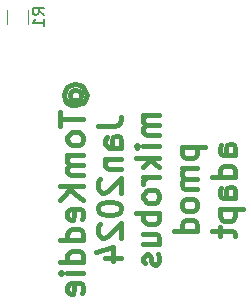
<source format=gbo>
G04 #@! TF.GenerationSoftware,KiCad,Pcbnew,7.0.10-unknown-1000.20240106gite38b948.fc38*
G04 #@! TF.CreationDate,2024-01-08T08:42:08+11:00*
G04 #@! TF.ProjectId,mikrobus-pmod-adapt,6d696b72-6f62-4757-932d-706d6f642d61,rev?*
G04 #@! TF.SameCoordinates,Original*
G04 #@! TF.FileFunction,Legend,Bot*
G04 #@! TF.FilePolarity,Positive*
%FSLAX46Y46*%
G04 Gerber Fmt 4.6, Leading zero omitted, Abs format (unit mm)*
G04 Created by KiCad (PCBNEW 7.0.10-unknown-1000.20240106gite38b948.fc38) date 2024-01-08 08:42:08*
%MOMM*%
%LPD*%
G01*
G04 APERTURE LIST*
%ADD10C,0.400000*%
%ADD11C,0.150000*%
%ADD12C,0.120000*%
G04 APERTURE END LIST*
D10*
X93512057Y-95933570D02*
X93416819Y-95838332D01*
X93416819Y-95838332D02*
X93321580Y-95647856D01*
X93321580Y-95647856D02*
X93321580Y-95457380D01*
X93321580Y-95457380D02*
X93416819Y-95266904D01*
X93416819Y-95266904D02*
X93512057Y-95171665D01*
X93512057Y-95171665D02*
X93702533Y-95076427D01*
X93702533Y-95076427D02*
X93893009Y-95076427D01*
X93893009Y-95076427D02*
X94083485Y-95171665D01*
X94083485Y-95171665D02*
X94178723Y-95266904D01*
X94178723Y-95266904D02*
X94273961Y-95457380D01*
X94273961Y-95457380D02*
X94273961Y-95647856D01*
X94273961Y-95647856D02*
X94178723Y-95838332D01*
X94178723Y-95838332D02*
X94083485Y-95933570D01*
X93321580Y-95933570D02*
X94083485Y-95933570D01*
X94083485Y-95933570D02*
X94178723Y-96028808D01*
X94178723Y-96028808D02*
X94178723Y-96124046D01*
X94178723Y-96124046D02*
X94083485Y-96314523D01*
X94083485Y-96314523D02*
X93893009Y-96409761D01*
X93893009Y-96409761D02*
X93416819Y-96409761D01*
X93416819Y-96409761D02*
X93131104Y-96219285D01*
X93131104Y-96219285D02*
X92940628Y-95933570D01*
X92940628Y-95933570D02*
X92845390Y-95552618D01*
X92845390Y-95552618D02*
X92940628Y-95171665D01*
X92940628Y-95171665D02*
X93131104Y-94885951D01*
X93131104Y-94885951D02*
X93416819Y-94695475D01*
X93416819Y-94695475D02*
X93797771Y-94600237D01*
X93797771Y-94600237D02*
X94178723Y-94695475D01*
X94178723Y-94695475D02*
X94464438Y-94885951D01*
X94464438Y-94885951D02*
X94654914Y-95171665D01*
X94654914Y-95171665D02*
X94750152Y-95552618D01*
X94750152Y-95552618D02*
X94654914Y-95933570D01*
X94654914Y-95933570D02*
X94464438Y-96219285D01*
X92464438Y-96981190D02*
X92464438Y-98124047D01*
X94464438Y-97552618D02*
X92464438Y-97552618D01*
X94464438Y-99076428D02*
X94369200Y-98885952D01*
X94369200Y-98885952D02*
X94273961Y-98790714D01*
X94273961Y-98790714D02*
X94083485Y-98695476D01*
X94083485Y-98695476D02*
X93512057Y-98695476D01*
X93512057Y-98695476D02*
X93321580Y-98790714D01*
X93321580Y-98790714D02*
X93226342Y-98885952D01*
X93226342Y-98885952D02*
X93131104Y-99076428D01*
X93131104Y-99076428D02*
X93131104Y-99362143D01*
X93131104Y-99362143D02*
X93226342Y-99552619D01*
X93226342Y-99552619D02*
X93321580Y-99647857D01*
X93321580Y-99647857D02*
X93512057Y-99743095D01*
X93512057Y-99743095D02*
X94083485Y-99743095D01*
X94083485Y-99743095D02*
X94273961Y-99647857D01*
X94273961Y-99647857D02*
X94369200Y-99552619D01*
X94369200Y-99552619D02*
X94464438Y-99362143D01*
X94464438Y-99362143D02*
X94464438Y-99076428D01*
X94464438Y-100600238D02*
X93131104Y-100600238D01*
X93321580Y-100600238D02*
X93226342Y-100695476D01*
X93226342Y-100695476D02*
X93131104Y-100885952D01*
X93131104Y-100885952D02*
X93131104Y-101171667D01*
X93131104Y-101171667D02*
X93226342Y-101362143D01*
X93226342Y-101362143D02*
X93416819Y-101457381D01*
X93416819Y-101457381D02*
X94464438Y-101457381D01*
X93416819Y-101457381D02*
X93226342Y-101552619D01*
X93226342Y-101552619D02*
X93131104Y-101743095D01*
X93131104Y-101743095D02*
X93131104Y-102028809D01*
X93131104Y-102028809D02*
X93226342Y-102219286D01*
X93226342Y-102219286D02*
X93416819Y-102314524D01*
X93416819Y-102314524D02*
X94464438Y-102314524D01*
X94464438Y-103266905D02*
X92464438Y-103266905D01*
X94464438Y-104409762D02*
X93321580Y-103552619D01*
X92464438Y-104409762D02*
X93607295Y-103266905D01*
X94369200Y-106028810D02*
X94464438Y-105838334D01*
X94464438Y-105838334D02*
X94464438Y-105457381D01*
X94464438Y-105457381D02*
X94369200Y-105266905D01*
X94369200Y-105266905D02*
X94178723Y-105171667D01*
X94178723Y-105171667D02*
X93416819Y-105171667D01*
X93416819Y-105171667D02*
X93226342Y-105266905D01*
X93226342Y-105266905D02*
X93131104Y-105457381D01*
X93131104Y-105457381D02*
X93131104Y-105838334D01*
X93131104Y-105838334D02*
X93226342Y-106028810D01*
X93226342Y-106028810D02*
X93416819Y-106124048D01*
X93416819Y-106124048D02*
X93607295Y-106124048D01*
X93607295Y-106124048D02*
X93797771Y-105171667D01*
X94464438Y-107838334D02*
X92464438Y-107838334D01*
X94369200Y-107838334D02*
X94464438Y-107647858D01*
X94464438Y-107647858D02*
X94464438Y-107266905D01*
X94464438Y-107266905D02*
X94369200Y-107076429D01*
X94369200Y-107076429D02*
X94273961Y-106981191D01*
X94273961Y-106981191D02*
X94083485Y-106885953D01*
X94083485Y-106885953D02*
X93512057Y-106885953D01*
X93512057Y-106885953D02*
X93321580Y-106981191D01*
X93321580Y-106981191D02*
X93226342Y-107076429D01*
X93226342Y-107076429D02*
X93131104Y-107266905D01*
X93131104Y-107266905D02*
X93131104Y-107647858D01*
X93131104Y-107647858D02*
X93226342Y-107838334D01*
X94464438Y-109647858D02*
X92464438Y-109647858D01*
X94369200Y-109647858D02*
X94464438Y-109457382D01*
X94464438Y-109457382D02*
X94464438Y-109076429D01*
X94464438Y-109076429D02*
X94369200Y-108885953D01*
X94369200Y-108885953D02*
X94273961Y-108790715D01*
X94273961Y-108790715D02*
X94083485Y-108695477D01*
X94083485Y-108695477D02*
X93512057Y-108695477D01*
X93512057Y-108695477D02*
X93321580Y-108790715D01*
X93321580Y-108790715D02*
X93226342Y-108885953D01*
X93226342Y-108885953D02*
X93131104Y-109076429D01*
X93131104Y-109076429D02*
X93131104Y-109457382D01*
X93131104Y-109457382D02*
X93226342Y-109647858D01*
X94464438Y-110600239D02*
X93131104Y-110600239D01*
X92464438Y-110600239D02*
X92559676Y-110505001D01*
X92559676Y-110505001D02*
X92654914Y-110600239D01*
X92654914Y-110600239D02*
X92559676Y-110695477D01*
X92559676Y-110695477D02*
X92464438Y-110600239D01*
X92464438Y-110600239D02*
X92654914Y-110600239D01*
X94369200Y-112314525D02*
X94464438Y-112124049D01*
X94464438Y-112124049D02*
X94464438Y-111743096D01*
X94464438Y-111743096D02*
X94369200Y-111552620D01*
X94369200Y-111552620D02*
X94178723Y-111457382D01*
X94178723Y-111457382D02*
X93416819Y-111457382D01*
X93416819Y-111457382D02*
X93226342Y-111552620D01*
X93226342Y-111552620D02*
X93131104Y-111743096D01*
X93131104Y-111743096D02*
X93131104Y-112124049D01*
X93131104Y-112124049D02*
X93226342Y-112314525D01*
X93226342Y-112314525D02*
X93416819Y-112409763D01*
X93416819Y-112409763D02*
X93607295Y-112409763D01*
X93607295Y-112409763D02*
X93797771Y-111457382D01*
X95684438Y-98171666D02*
X97113009Y-98171666D01*
X97113009Y-98171666D02*
X97398723Y-98076427D01*
X97398723Y-98076427D02*
X97589200Y-97885951D01*
X97589200Y-97885951D02*
X97684438Y-97600237D01*
X97684438Y-97600237D02*
X97684438Y-97409761D01*
X97684438Y-99981190D02*
X96636819Y-99981190D01*
X96636819Y-99981190D02*
X96446342Y-99885952D01*
X96446342Y-99885952D02*
X96351104Y-99695476D01*
X96351104Y-99695476D02*
X96351104Y-99314523D01*
X96351104Y-99314523D02*
X96446342Y-99124047D01*
X97589200Y-99981190D02*
X97684438Y-99790714D01*
X97684438Y-99790714D02*
X97684438Y-99314523D01*
X97684438Y-99314523D02*
X97589200Y-99124047D01*
X97589200Y-99124047D02*
X97398723Y-99028809D01*
X97398723Y-99028809D02*
X97208247Y-99028809D01*
X97208247Y-99028809D02*
X97017771Y-99124047D01*
X97017771Y-99124047D02*
X96922533Y-99314523D01*
X96922533Y-99314523D02*
X96922533Y-99790714D01*
X96922533Y-99790714D02*
X96827295Y-99981190D01*
X96351104Y-100933571D02*
X97684438Y-100933571D01*
X96541580Y-100933571D02*
X96446342Y-101028809D01*
X96446342Y-101028809D02*
X96351104Y-101219285D01*
X96351104Y-101219285D02*
X96351104Y-101505000D01*
X96351104Y-101505000D02*
X96446342Y-101695476D01*
X96446342Y-101695476D02*
X96636819Y-101790714D01*
X96636819Y-101790714D02*
X97684438Y-101790714D01*
X95874914Y-102647857D02*
X95779676Y-102743095D01*
X95779676Y-102743095D02*
X95684438Y-102933571D01*
X95684438Y-102933571D02*
X95684438Y-103409762D01*
X95684438Y-103409762D02*
X95779676Y-103600238D01*
X95779676Y-103600238D02*
X95874914Y-103695476D01*
X95874914Y-103695476D02*
X96065390Y-103790714D01*
X96065390Y-103790714D02*
X96255866Y-103790714D01*
X96255866Y-103790714D02*
X96541580Y-103695476D01*
X96541580Y-103695476D02*
X97684438Y-102552619D01*
X97684438Y-102552619D02*
X97684438Y-103790714D01*
X95684438Y-105028809D02*
X95684438Y-105219286D01*
X95684438Y-105219286D02*
X95779676Y-105409762D01*
X95779676Y-105409762D02*
X95874914Y-105505000D01*
X95874914Y-105505000D02*
X96065390Y-105600238D01*
X96065390Y-105600238D02*
X96446342Y-105695476D01*
X96446342Y-105695476D02*
X96922533Y-105695476D01*
X96922533Y-105695476D02*
X97303485Y-105600238D01*
X97303485Y-105600238D02*
X97493961Y-105505000D01*
X97493961Y-105505000D02*
X97589200Y-105409762D01*
X97589200Y-105409762D02*
X97684438Y-105219286D01*
X97684438Y-105219286D02*
X97684438Y-105028809D01*
X97684438Y-105028809D02*
X97589200Y-104838333D01*
X97589200Y-104838333D02*
X97493961Y-104743095D01*
X97493961Y-104743095D02*
X97303485Y-104647857D01*
X97303485Y-104647857D02*
X96922533Y-104552619D01*
X96922533Y-104552619D02*
X96446342Y-104552619D01*
X96446342Y-104552619D02*
X96065390Y-104647857D01*
X96065390Y-104647857D02*
X95874914Y-104743095D01*
X95874914Y-104743095D02*
X95779676Y-104838333D01*
X95779676Y-104838333D02*
X95684438Y-105028809D01*
X95874914Y-106457381D02*
X95779676Y-106552619D01*
X95779676Y-106552619D02*
X95684438Y-106743095D01*
X95684438Y-106743095D02*
X95684438Y-107219286D01*
X95684438Y-107219286D02*
X95779676Y-107409762D01*
X95779676Y-107409762D02*
X95874914Y-107505000D01*
X95874914Y-107505000D02*
X96065390Y-107600238D01*
X96065390Y-107600238D02*
X96255866Y-107600238D01*
X96255866Y-107600238D02*
X96541580Y-107505000D01*
X96541580Y-107505000D02*
X97684438Y-106362143D01*
X97684438Y-106362143D02*
X97684438Y-107600238D01*
X96351104Y-109314524D02*
X97684438Y-109314524D01*
X95589200Y-108838333D02*
X97017771Y-108362143D01*
X97017771Y-108362143D02*
X97017771Y-109600238D01*
X100904438Y-97219285D02*
X99571104Y-97219285D01*
X99761580Y-97219285D02*
X99666342Y-97314523D01*
X99666342Y-97314523D02*
X99571104Y-97504999D01*
X99571104Y-97504999D02*
X99571104Y-97790714D01*
X99571104Y-97790714D02*
X99666342Y-97981190D01*
X99666342Y-97981190D02*
X99856819Y-98076428D01*
X99856819Y-98076428D02*
X100904438Y-98076428D01*
X99856819Y-98076428D02*
X99666342Y-98171666D01*
X99666342Y-98171666D02*
X99571104Y-98362142D01*
X99571104Y-98362142D02*
X99571104Y-98647856D01*
X99571104Y-98647856D02*
X99666342Y-98838333D01*
X99666342Y-98838333D02*
X99856819Y-98933571D01*
X99856819Y-98933571D02*
X100904438Y-98933571D01*
X100904438Y-99885952D02*
X99571104Y-99885952D01*
X98904438Y-99885952D02*
X98999676Y-99790714D01*
X98999676Y-99790714D02*
X99094914Y-99885952D01*
X99094914Y-99885952D02*
X98999676Y-99981190D01*
X98999676Y-99981190D02*
X98904438Y-99885952D01*
X98904438Y-99885952D02*
X99094914Y-99885952D01*
X100904438Y-100838333D02*
X98904438Y-100838333D01*
X100142533Y-101028809D02*
X100904438Y-101600238D01*
X99571104Y-101600238D02*
X100333009Y-100838333D01*
X100904438Y-102457381D02*
X99571104Y-102457381D01*
X99952057Y-102457381D02*
X99761580Y-102552619D01*
X99761580Y-102552619D02*
X99666342Y-102647857D01*
X99666342Y-102647857D02*
X99571104Y-102838333D01*
X99571104Y-102838333D02*
X99571104Y-103028810D01*
X100904438Y-103981190D02*
X100809200Y-103790714D01*
X100809200Y-103790714D02*
X100713961Y-103695476D01*
X100713961Y-103695476D02*
X100523485Y-103600238D01*
X100523485Y-103600238D02*
X99952057Y-103600238D01*
X99952057Y-103600238D02*
X99761580Y-103695476D01*
X99761580Y-103695476D02*
X99666342Y-103790714D01*
X99666342Y-103790714D02*
X99571104Y-103981190D01*
X99571104Y-103981190D02*
X99571104Y-104266905D01*
X99571104Y-104266905D02*
X99666342Y-104457381D01*
X99666342Y-104457381D02*
X99761580Y-104552619D01*
X99761580Y-104552619D02*
X99952057Y-104647857D01*
X99952057Y-104647857D02*
X100523485Y-104647857D01*
X100523485Y-104647857D02*
X100713961Y-104552619D01*
X100713961Y-104552619D02*
X100809200Y-104457381D01*
X100809200Y-104457381D02*
X100904438Y-104266905D01*
X100904438Y-104266905D02*
X100904438Y-103981190D01*
X100904438Y-105505000D02*
X98904438Y-105505000D01*
X99666342Y-105505000D02*
X99571104Y-105695476D01*
X99571104Y-105695476D02*
X99571104Y-106076429D01*
X99571104Y-106076429D02*
X99666342Y-106266905D01*
X99666342Y-106266905D02*
X99761580Y-106362143D01*
X99761580Y-106362143D02*
X99952057Y-106457381D01*
X99952057Y-106457381D02*
X100523485Y-106457381D01*
X100523485Y-106457381D02*
X100713961Y-106362143D01*
X100713961Y-106362143D02*
X100809200Y-106266905D01*
X100809200Y-106266905D02*
X100904438Y-106076429D01*
X100904438Y-106076429D02*
X100904438Y-105695476D01*
X100904438Y-105695476D02*
X100809200Y-105505000D01*
X99571104Y-108171667D02*
X100904438Y-108171667D01*
X99571104Y-107314524D02*
X100618723Y-107314524D01*
X100618723Y-107314524D02*
X100809200Y-107409762D01*
X100809200Y-107409762D02*
X100904438Y-107600238D01*
X100904438Y-107600238D02*
X100904438Y-107885953D01*
X100904438Y-107885953D02*
X100809200Y-108076429D01*
X100809200Y-108076429D02*
X100713961Y-108171667D01*
X100809200Y-109028810D02*
X100904438Y-109219286D01*
X100904438Y-109219286D02*
X100904438Y-109600238D01*
X100904438Y-109600238D02*
X100809200Y-109790715D01*
X100809200Y-109790715D02*
X100618723Y-109885953D01*
X100618723Y-109885953D02*
X100523485Y-109885953D01*
X100523485Y-109885953D02*
X100333009Y-109790715D01*
X100333009Y-109790715D02*
X100237771Y-109600238D01*
X100237771Y-109600238D02*
X100237771Y-109314524D01*
X100237771Y-109314524D02*
X100142533Y-109124048D01*
X100142533Y-109124048D02*
X99952057Y-109028810D01*
X99952057Y-109028810D02*
X99856819Y-109028810D01*
X99856819Y-109028810D02*
X99666342Y-109124048D01*
X99666342Y-109124048D02*
X99571104Y-109314524D01*
X99571104Y-109314524D02*
X99571104Y-109600238D01*
X99571104Y-109600238D02*
X99666342Y-109790715D01*
X102791104Y-99933571D02*
X104791104Y-99933571D01*
X102886342Y-99933571D02*
X102791104Y-100124047D01*
X102791104Y-100124047D02*
X102791104Y-100505000D01*
X102791104Y-100505000D02*
X102886342Y-100695476D01*
X102886342Y-100695476D02*
X102981580Y-100790714D01*
X102981580Y-100790714D02*
X103172057Y-100885952D01*
X103172057Y-100885952D02*
X103743485Y-100885952D01*
X103743485Y-100885952D02*
X103933961Y-100790714D01*
X103933961Y-100790714D02*
X104029200Y-100695476D01*
X104029200Y-100695476D02*
X104124438Y-100505000D01*
X104124438Y-100505000D02*
X104124438Y-100124047D01*
X104124438Y-100124047D02*
X104029200Y-99933571D01*
X104124438Y-101743095D02*
X102791104Y-101743095D01*
X102981580Y-101743095D02*
X102886342Y-101838333D01*
X102886342Y-101838333D02*
X102791104Y-102028809D01*
X102791104Y-102028809D02*
X102791104Y-102314524D01*
X102791104Y-102314524D02*
X102886342Y-102505000D01*
X102886342Y-102505000D02*
X103076819Y-102600238D01*
X103076819Y-102600238D02*
X104124438Y-102600238D01*
X103076819Y-102600238D02*
X102886342Y-102695476D01*
X102886342Y-102695476D02*
X102791104Y-102885952D01*
X102791104Y-102885952D02*
X102791104Y-103171666D01*
X102791104Y-103171666D02*
X102886342Y-103362143D01*
X102886342Y-103362143D02*
X103076819Y-103457381D01*
X103076819Y-103457381D02*
X104124438Y-103457381D01*
X104124438Y-104695476D02*
X104029200Y-104505000D01*
X104029200Y-104505000D02*
X103933961Y-104409762D01*
X103933961Y-104409762D02*
X103743485Y-104314524D01*
X103743485Y-104314524D02*
X103172057Y-104314524D01*
X103172057Y-104314524D02*
X102981580Y-104409762D01*
X102981580Y-104409762D02*
X102886342Y-104505000D01*
X102886342Y-104505000D02*
X102791104Y-104695476D01*
X102791104Y-104695476D02*
X102791104Y-104981191D01*
X102791104Y-104981191D02*
X102886342Y-105171667D01*
X102886342Y-105171667D02*
X102981580Y-105266905D01*
X102981580Y-105266905D02*
X103172057Y-105362143D01*
X103172057Y-105362143D02*
X103743485Y-105362143D01*
X103743485Y-105362143D02*
X103933961Y-105266905D01*
X103933961Y-105266905D02*
X104029200Y-105171667D01*
X104029200Y-105171667D02*
X104124438Y-104981191D01*
X104124438Y-104981191D02*
X104124438Y-104695476D01*
X104124438Y-107076429D02*
X102124438Y-107076429D01*
X104029200Y-107076429D02*
X104124438Y-106885953D01*
X104124438Y-106885953D02*
X104124438Y-106505000D01*
X104124438Y-106505000D02*
X104029200Y-106314524D01*
X104029200Y-106314524D02*
X103933961Y-106219286D01*
X103933961Y-106219286D02*
X103743485Y-106124048D01*
X103743485Y-106124048D02*
X103172057Y-106124048D01*
X103172057Y-106124048D02*
X102981580Y-106219286D01*
X102981580Y-106219286D02*
X102886342Y-106314524D01*
X102886342Y-106314524D02*
X102791104Y-106505000D01*
X102791104Y-106505000D02*
X102791104Y-106885953D01*
X102791104Y-106885953D02*
X102886342Y-107076429D01*
X107344438Y-100647857D02*
X106296819Y-100647857D01*
X106296819Y-100647857D02*
X106106342Y-100552619D01*
X106106342Y-100552619D02*
X106011104Y-100362143D01*
X106011104Y-100362143D02*
X106011104Y-99981190D01*
X106011104Y-99981190D02*
X106106342Y-99790714D01*
X107249200Y-100647857D02*
X107344438Y-100457381D01*
X107344438Y-100457381D02*
X107344438Y-99981190D01*
X107344438Y-99981190D02*
X107249200Y-99790714D01*
X107249200Y-99790714D02*
X107058723Y-99695476D01*
X107058723Y-99695476D02*
X106868247Y-99695476D01*
X106868247Y-99695476D02*
X106677771Y-99790714D01*
X106677771Y-99790714D02*
X106582533Y-99981190D01*
X106582533Y-99981190D02*
X106582533Y-100457381D01*
X106582533Y-100457381D02*
X106487295Y-100647857D01*
X107344438Y-102457381D02*
X105344438Y-102457381D01*
X107249200Y-102457381D02*
X107344438Y-102266905D01*
X107344438Y-102266905D02*
X107344438Y-101885952D01*
X107344438Y-101885952D02*
X107249200Y-101695476D01*
X107249200Y-101695476D02*
X107153961Y-101600238D01*
X107153961Y-101600238D02*
X106963485Y-101505000D01*
X106963485Y-101505000D02*
X106392057Y-101505000D01*
X106392057Y-101505000D02*
X106201580Y-101600238D01*
X106201580Y-101600238D02*
X106106342Y-101695476D01*
X106106342Y-101695476D02*
X106011104Y-101885952D01*
X106011104Y-101885952D02*
X106011104Y-102266905D01*
X106011104Y-102266905D02*
X106106342Y-102457381D01*
X107344438Y-104266905D02*
X106296819Y-104266905D01*
X106296819Y-104266905D02*
X106106342Y-104171667D01*
X106106342Y-104171667D02*
X106011104Y-103981191D01*
X106011104Y-103981191D02*
X106011104Y-103600238D01*
X106011104Y-103600238D02*
X106106342Y-103409762D01*
X107249200Y-104266905D02*
X107344438Y-104076429D01*
X107344438Y-104076429D02*
X107344438Y-103600238D01*
X107344438Y-103600238D02*
X107249200Y-103409762D01*
X107249200Y-103409762D02*
X107058723Y-103314524D01*
X107058723Y-103314524D02*
X106868247Y-103314524D01*
X106868247Y-103314524D02*
X106677771Y-103409762D01*
X106677771Y-103409762D02*
X106582533Y-103600238D01*
X106582533Y-103600238D02*
X106582533Y-104076429D01*
X106582533Y-104076429D02*
X106487295Y-104266905D01*
X106011104Y-105219286D02*
X108011104Y-105219286D01*
X106106342Y-105219286D02*
X106011104Y-105409762D01*
X106011104Y-105409762D02*
X106011104Y-105790715D01*
X106011104Y-105790715D02*
X106106342Y-105981191D01*
X106106342Y-105981191D02*
X106201580Y-106076429D01*
X106201580Y-106076429D02*
X106392057Y-106171667D01*
X106392057Y-106171667D02*
X106963485Y-106171667D01*
X106963485Y-106171667D02*
X107153961Y-106076429D01*
X107153961Y-106076429D02*
X107249200Y-105981191D01*
X107249200Y-105981191D02*
X107344438Y-105790715D01*
X107344438Y-105790715D02*
X107344438Y-105409762D01*
X107344438Y-105409762D02*
X107249200Y-105219286D01*
X106011104Y-106743096D02*
X106011104Y-107505000D01*
X105344438Y-107028810D02*
X107058723Y-107028810D01*
X107058723Y-107028810D02*
X107249200Y-107124048D01*
X107249200Y-107124048D02*
X107344438Y-107314524D01*
X107344438Y-107314524D02*
X107344438Y-107505000D01*
D11*
X91174819Y-88733333D02*
X90698628Y-88400000D01*
X91174819Y-88161905D02*
X90174819Y-88161905D01*
X90174819Y-88161905D02*
X90174819Y-88542857D01*
X90174819Y-88542857D02*
X90222438Y-88638095D01*
X90222438Y-88638095D02*
X90270057Y-88685714D01*
X90270057Y-88685714D02*
X90365295Y-88733333D01*
X90365295Y-88733333D02*
X90508152Y-88733333D01*
X90508152Y-88733333D02*
X90603390Y-88685714D01*
X90603390Y-88685714D02*
X90651009Y-88638095D01*
X90651009Y-88638095D02*
X90698628Y-88542857D01*
X90698628Y-88542857D02*
X90698628Y-88161905D01*
X91174819Y-89685714D02*
X91174819Y-89114286D01*
X91174819Y-89400000D02*
X90174819Y-89400000D01*
X90174819Y-89400000D02*
X90317676Y-89304762D01*
X90317676Y-89304762D02*
X90412914Y-89209524D01*
X90412914Y-89209524D02*
X90460533Y-89114286D01*
D12*
G04 #@! TO.C,R1*
X87990000Y-89502064D02*
X87990000Y-88297936D01*
X89810000Y-89502064D02*
X89810000Y-88297936D01*
G04 #@! TD*
M02*

</source>
